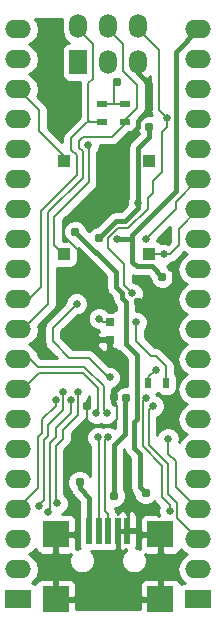
<source format=gbr>
G04 CAM350 V9.5.1 (Build 211) Date:  Tue May 10 22:39:24 2016 *
G04 Database: (Untitled) *
G04 Layer 6: STM32Mini-F_Cu. *
%FSLAX45Y45*%
%MOMM*%
%SFA1.000B1.000*%

%MIA0B0*%
%IPPOS*%
%ADD16R,2.19964X1.52400*%
%ADD17O,2.19964X1.52400*%
%ADD18R,0.90000X0.50000*%
%ADD20R,1.52400X1.99898*%
%ADD21O,1.52400X1.99898*%
%ADD23C,0.78740*%
%ADD24C,0.66380*%
%ADD25C,0.20320*%
%ADD26C,0.40600*%
%ADD27C,0.25400*%
%ADD30R,1.00076X1.00076*%
%ADD31R,0.79756X0.79756*%
%ADD32R,0.50000X0.90000*%
%ADD33R,2.19710X2.19710*%
%ADD34R,0.49784X2.19710*%
%LNSTM32Mini-F_Cu.*%
%LPD*%
G36*
X15479500Y-6375393D02*
G01X15479502Y-6350005D01*
X15479507Y-6350000*
X15481487Y-6349998*
X15481500Y-6349985*
X15481502Y-6348005*
X15481507Y-6348000*
X15506895Y-6348002*
X15506900Y-6348007*
X15506902Y-6349987*
X15506915Y-6350000*
X15508895Y-6350002*
X15508900Y-6350007*
X15508898Y-6375395*
X15508893Y-6375400*
X15506913Y-6375402*
X15506900Y-6375415*
X15506898Y-6377395*
X15506893Y-6377400*
X15481505Y-6377398*
X15481500Y-6377393*
X15481498Y-6375413*
X15481485Y-6375400*
X15479505Y-6375398*
X15479500Y-6375393*
G37*
G36*
X15146176Y-7902338D02*
G01X15146184Y-7894189D01*
X15146186Y-7894185*
X15258434Y-7781944*
X15255240Y-7798001*
X15255239Y-7906987*
X15255238Y-7906991*
X15238164Y-7924063*
X15221219Y-7917028*
X15221214Y-7917027*
X15182754Y-7916993*
X15182749Y-7916994*
X15176377Y-7919625*
X15175663Y-7918516*
X15154447Y-7904020*
X15154442Y-7904018*
X15146181Y-7902344*
X15146176Y-7902338*
G37*
G36*
X14983984Y-6893549D02*
G01X14983985Y-6870209D01*
X14983986Y-6870205*
X15027925Y-6826266*
X15043892Y-6802370*
X15043894Y-6802365*
X15049500Y-6774181*
Y-6581139*
X15043893Y-6552954*
X15043891Y-6552949*
X15036145Y-6541352*
X15077345Y-6518272*
X15090140Y-6502045*
Y-6794499*
X15095747Y-6822686*
X15095749Y-6822691*
X15105235Y-6836895*
X15097994Y-6833889*
X15097989Y-6833888*
X15057070Y-6833852*
X15057065Y-6833853*
X15019247Y-6849479*
X15019243Y-6849482*
X14990281Y-6878395*
X14983984Y-6893549*
G37*
G36*
X14348460Y-7898911D02*
G01X14348461Y-7726713D01*
X14348462Y-7726709*
X14618985Y-7456186*
X14634952Y-7432290*
X14634954Y-7432285*
X14640560Y-7404101*
X14640561Y-7149696*
X14640562Y-7149692*
X14646280Y-7143983*
X14661032Y-7108459*
X14661033Y-7108454*
X14661050Y-7091685*
X14661055Y-7091680*
X14767559*
X14795746Y-7086073*
X14795751Y-7086071*
X14819645Y-7070106*
X14910186Y-6979566*
X14910190Y-6979564*
X14919239*
X14942770Y-6975136*
X14942774Y-6975135*
X14964382Y-6961230*
X14974562Y-6946341*
X14974552Y-6957110*
X14974553Y-6957115*
X14989275Y-6992754*
X14926744Y-7055285*
X14908580Y-7082469*
X14908578Y-7082474*
X14902200Y-7114541*
X14902199Y-7531582*
X14889328Y-7562581*
X14889327Y-7562586*
X14889295Y-7598191*
X14889293Y-7598196*
X14836990Y-7650498*
X14836986Y-7650500*
X14795499*
X14763433Y-7656878*
X14763429Y-7656880*
X14736243Y-7675046*
X14640174Y-7771114*
X14640169Y-7771116*
X14635430Y-7771112*
X14635425Y-7771113*
X14597607Y-7786739*
X14597603Y-7786742*
X14568641Y-7815655*
X14567150Y-7819239*
X14555486Y-7807574*
X14555484Y-7807569*
X14555488Y-7802830*
X14555487Y-7802825*
X14539861Y-7765007*
X14539858Y-7765003*
X14510945Y-7736041*
X14473154Y-7720349*
X14473149Y-7720348*
X14432230Y-7720312*
X14432225Y-7720313*
X14394407Y-7735939*
X14394403Y-7735942*
X14365441Y-7764855*
X14349749Y-7802646*
X14349748Y-7802651*
X14349712Y-7843570*
X14349713Y-7843575*
X14365339Y-7881393*
X14365342Y-7881397*
X14382822Y-7898918*
X14348465Y-7898916*
X14348460Y-7898911*
G37*
G36*
X14063737Y-8775700D02*
G01X14105962Y-8747484D01*
X14136246Y-8702163*
X14136248Y-8702158*
X14146880Y-8648702*
Y-8648697*
X14141140Y-8619833*
X14276085Y-8484886*
X14292052Y-8460990*
X14292054Y-8460985*
X14297660Y-8432801*
X14297663Y-8126116*
X14309343Y-8128482*
X14409419*
X14432950Y-8124054*
X14432954Y-8124053*
X14454562Y-8110148*
X14469062Y-8088929*
X14469064Y-8088924*
X14474164Y-8063739*
Y-7963661*
X14474079Y-7963190*
X14711698Y-8200810*
X14711700Y-8200814*
Y-8293099*
X14718079Y-8325167*
X14718081Y-8325171*
X14736244Y-8352355*
X14762498Y-8378610*
X14762500Y-8378614*
Y-8381999*
X14768879Y-8414067*
X14768881Y-8414071*
X14787044Y-8441255*
X14800598Y-8454810*
X14800600Y-8454814*
X14800597Y-8485092*
X14784577Y-8481848*
X14717143Y-8481847*
X14717138Y-8481846*
X14710639Y-8475337*
X14675119Y-8460588*
X14675114Y-8460587*
X14636654Y-8460553*
X14636649Y-8460554*
X14601103Y-8475242*
X14601099Y-8475244*
X14573877Y-8502421*
X14559128Y-8537941*
X14559127Y-8537946*
X14559093Y-8576406*
X14559094Y-8576411*
X14573782Y-8611957*
X14573784Y-8611961*
X14600957Y-8639180*
X14636481Y-8653932*
X14636486Y-8653933*
X14647118Y-8653943*
X14647123Y-8653946*
X14651193Y-8660279*
X14650991Y-8660481*
X14650988Y-8660485*
X14641323Y-8683819*
X14641322Y-8683824*
X14641323Y-8707750*
X14641326Y-8707759*
X14657194Y-8723626*
X14657203Y-8723630*
X14731987Y-8723628*
X14732000Y-8723615*
X14732002Y-8721635*
X14732007Y-8721630*
X14757395Y-8721632*
X14757400Y-8721637*
X14757402Y-8723617*
X14757415Y-8723630*
X14759395Y-8723632*
X14759400Y-8723637*
X14759398Y-8749025*
X14759393Y-8749030*
X14757413Y-8749032*
X14757400Y-8749045*
X14757401Y-8823828*
X14757404Y-8823837*
X14773272Y-8839704*
X14773281Y-8839708*
X14797207*
X14797212Y-8839707*
X14820546Y-8830041*
X14820550Y-8830039*
X14821336Y-8829256*
X14825144Y-8834955*
X14889498Y-8899310*
X14889500Y-8899314*
X14889498Y-9130029*
X14889493Y-9130034*
X14864030Y-9130012*
X14864025Y-9130013*
X14826207Y-9145639*
X14826203Y-9145642*
X14797241Y-9174555*
X14781549Y-9212346*
X14781548Y-9212351*
X14781512Y-9253270*
X14781513Y-9253275*
X14787900Y-9268731*
X14787897Y-9291756*
X14774139Y-9277977*
X14767564Y-9275245*
X14767560Y-9275240*
X14767561Y-9150277*
X14767565Y-9150271*
X14799397Y-9137118*
X14799401Y-9137116*
X14826620Y-9109943*
X14841372Y-9074419*
X14841373Y-9074414*
X14841407Y-9035954*
X14841406Y-9035949*
X14826718Y-9000403*
X14826716Y-9000399*
X14799539Y-8973177*
X14764019Y-8958428*
X14764014Y-8958427*
X14739478Y-8958405*
X14739474Y-8958403*
X14618985Y-8837914*
X14595090Y-8821948*
X14595086Y-8821946*
X14566899Y-8816340*
X14432313Y-8816339*
X14432309Y-8816338*
X14380876Y-8764905*
X14335762Y-8719790*
X14335760Y-8719786*
X14335761Y-8666513*
X14335762Y-8666509*
X14472773Y-8529498*
X14472778Y-8529497*
X14484446Y-8529507*
X14484451Y-8529506*
X14519997Y-8514818*
X14520001Y-8514816*
X14547220Y-8487643*
X14561972Y-8452119*
X14561973Y-8452114*
X14562007Y-8413654*
X14562006Y-8413649*
X14547318Y-8378103*
X14547316Y-8378099*
X14520139Y-8350877*
X14484619Y-8336128*
X14484614Y-8336127*
X14446154Y-8336093*
X14446149Y-8336094*
X14410603Y-8350782*
X14410599Y-8350784*
X14383377Y-8377961*
X14368628Y-8413481*
X14368627Y-8413486*
X14368616Y-8425310*
X14368614Y-8425315*
X14210014Y-8583915*
X14194048Y-8607810*
X14194046Y-8607814*
X14188440Y-8636001*
Y-8750299*
X14194047Y-8778486*
X14194049Y-8778491*
X14210014Y-8802385*
X14300159Y-8892540*
X14165613Y-8892539*
X14165609Y-8892538*
X14139707Y-8866634*
X14136247Y-8849241*
X14136245Y-8849236*
X14105961Y-8803916*
X14063737Y-8775700*
G37*
G36*
X14083534Y-10794470D02*
G01X14105962Y-10779484D01*
X14136246Y-10734163*
X14136248Y-10734158*
X14146880Y-10680702*
Y-10680697*
X14136247Y-10627241*
X14136245Y-10627236*
X14105961Y-10581916*
X14063737Y-10553700*
X14105962Y-10525484*
X14117261Y-10508580*
X14125336Y-10528073*
X14125338Y-10528077*
X14143198Y-10545936*
X14143202Y-10545939*
X14166536Y-10555604*
X14166541Y-10555605*
X14260444Y-10555604*
X14260453Y-10555601*
X14276320Y-10539733*
X14276324Y-10539724*
X14276322Y-10394963*
X14276309Y-10394950*
X14274329Y-10394948*
X14274324Y-10394943*
X14274326Y-10369555*
X14274331Y-10369550*
X14276311Y-10369548*
X14276324Y-10369535*
X14276326Y-10367555*
X14276331Y-10367550*
X14301719Y-10367552*
X14301724Y-10367557*
X14301726Y-10369537*
X14301739Y-10369550*
X14446499Y-10369549*
X14446508Y-10369546*
X14462375Y-10353678*
X14462379Y-10353669*
Y-10259766*
X14462378Y-10259761*
X14452713Y-10236427*
X14452710Y-10236423*
X14434850Y-10218564*
X14434846Y-10218561*
X14411512Y-10208896*
X14411507Y-10208895*
X14342866Y-10208890*
X14354897Y-10203918*
X14354901Y-10203916*
X14382120Y-10176743*
X14396872Y-10141219*
X14396873Y-10141214*
X14396907Y-10102754*
X14396906Y-10102749*
X14382218Y-10067203*
X14382216Y-10067199*
X14361162Y-10046108*
X14361160Y-10046103*
X14361161Y-9669813*
X14361162Y-9669809*
X14403085Y-9627886*
X14419052Y-9603990*
X14419054Y-9603985*
X14424660Y-9575801*
X14424661Y-9530113*
X14424662Y-9530109*
X14530085Y-9424686*
X14543968Y-9403915*
X14548382Y-9414597*
X14548384Y-9414601*
X14575557Y-9441820*
X14611081Y-9456572*
X14611086Y-9456573*
X14649546Y-9456607*
X14649551Y-9456606*
X14674867Y-9446146*
X14674872*
X14699981Y-9456572*
X14699986Y-9456573*
X14738446Y-9456607*
X14738451Y-9456606*
X14773997Y-9441918*
X14774001Y-9441916*
X14787900Y-9428046*
X14787897Y-9482234*
X14786839Y-9481177*
X14751319Y-9466428*
X14751314Y-9466427*
X14712854Y-9466393*
X14712849Y-9466394*
X14687533Y-9476854*
X14687528*
X14662419Y-9466428*
X14662414Y-9466427*
X14623954Y-9466393*
X14623949Y-9466394*
X14588403Y-9481082*
X14588399Y-9481084*
X14561177Y-9508261*
X14546428Y-9543781*
X14546427Y-9543786*
X14546393Y-9582246*
X14546394Y-9582251*
X14561082Y-9617797*
X14561084Y-9617801*
X14578582Y-9635330*
X14578584Y-9635334*
X14578580Y-9887406*
X14577961Y-9885907*
X14577958Y-9885903*
X14549045Y-9856941*
X14511254Y-9841249*
X14511249Y-9841248*
X14470330Y-9841212*
X14470325Y-9841213*
X14432507Y-9856839*
X14432503Y-9856842*
X14403541Y-9885755*
X14387849Y-9923546*
X14387848Y-9923551*
X14387812Y-9964470*
X14387813Y-9964475*
X14403439Y-10002293*
X14403442Y-10002297*
X14409597Y-10008463*
X14413279Y-10026967*
X14413281Y-10026971*
X14431444Y-10054155*
X14488432Y-10111144*
X14488434Y-10111148*
X14488433Y-10218192*
X14487700Y-10219264*
X14487698Y-10219269*
X14482598Y-10244456*
Y-10464164*
X14487026Y-10487694*
X14487027Y-10487699*
X14494011Y-10498566*
X14490813Y-10498563*
X14490808Y-10498564*
X14459595Y-10511457*
X14462378Y-10504738*
X14462379Y-10504733*
X14462378Y-10410830*
X14462375Y-10410821*
X14446507Y-10394954*
X14446498Y-10394950*
X14301737Y-10394952*
X14301724Y-10394965*
X14301725Y-10539725*
X14301728Y-10539734*
X14317596Y-10555601*
X14317605Y-10555605*
X14411508*
X14411513Y-10555604*
X14417185Y-10553259*
X14403852Y-10585370*
X14403851Y-10585375*
X14403813Y-10628517*
X14403814Y-10628522*
X14420289Y-10668394*
X14420292Y-10668398*
X14450772Y-10698931*
X14490620Y-10715478*
X14490625Y-10715479*
X14533767Y-10715517*
X14533772Y-10715516*
X14573644Y-10699041*
X14573648Y-10699038*
X14604181Y-10668558*
X14620728Y-10628710*
X14620729Y-10628705*
X14620767Y-10585563*
X14620766Y-10585558*
X14604291Y-10545686*
X14604288Y-10545682*
X14587552Y-10528912*
X14597125Y-10528909*
X14612793Y-10525961*
X14627351Y-10528909*
X14677135*
X14692671Y-10525986*
X14707107Y-10528909*
X14756891*
X14770880Y-10526277*
X14774231Y-10527664*
X14774236Y-10527665*
X14783430Y-10527664*
X14783439Y-10527661*
X14797802Y-10513299*
X14802034Y-10510575*
X14811581Y-10496610*
X14813041Y-10500133*
X14813043Y-10500137*
X14824200Y-10511294*
X14824202Y-10511299*
X14824203Y-10511785*
X14824206Y-10511794*
X14840074Y-10527661*
X14840083Y-10527665*
X14849277*
X14849282Y-10527664*
X14851760Y-10526638*
X14851764*
X14854241Y-10527664*
X14854246Y-10527665*
X14863440Y-10527664*
X14863449Y-10527661*
X14879066Y-10512049*
X14879065Y-10526560*
X14879063Y-10526564*
X14860070Y-10545526*
X14843526Y-10585370*
X14843525Y-10585375*
X14843487Y-10628517*
X14843488Y-10628522*
X14859963Y-10668394*
X14859966Y-10668398*
X14890446Y-10698931*
X14930294Y-10715478*
X14930299Y-10715479*
X14973441Y-10715517*
X14973446Y-10715516*
X15013318Y-10699041*
X15013322Y-10699038*
X15043855Y-10668558*
X15060402Y-10628710*
X15060403Y-10628705*
X15060441Y-10585563*
X15060440Y-10585558*
X15047154Y-10553395*
X15052488Y-10555604*
X15052493Y-10555605*
X15146396Y-10555604*
X15146405Y-10555601*
X15162272Y-10539733*
X15162276Y-10539724*
X15162274Y-10394963*
X15162261Y-10394950*
X15017501Y-10394951*
X15017492Y-10394954*
X15001625Y-10410822*
X15001621Y-10410831*
Y-10504734*
X15001622Y-10504739*
X15004361Y-10511361*
X14973634Y-10498602*
X14973629Y-10498601*
X14971130Y-10498592*
X14980157Y-10476798*
X14980158Y-10476793*
X14980157Y-10382890*
X14980154Y-10382881*
X14964286Y-10367014*
X14964277Y-10367010*
X14904225Y-10367012*
X14904212Y-10367025*
X14904210Y-10369005*
X14904205Y-10369010*
X14886275Y-10369009*
X14886271Y-10369008*
X14884276Y-10367014*
X14884267Y-10367010*
X14877071Y-10367008*
X14877066Y-10367003*
X14877068Y-10341615*
X14877073Y-10341610*
X14884268Y-10341609*
X14884277Y-10341606*
X14900144Y-10325738*
X14900148Y-10325729*
Y-10231826*
X14900147Y-10231821*
X14890482Y-10208487*
X14890479Y-10208483*
X14879322Y-10197325*
X14879320Y-10197321*
Y-10196835*
X14879316Y-10196826*
X14863448Y-10180959*
X14863439Y-10180955*
X14854245*
X14854241Y-10180956*
X14851762Y-10181982*
X14851758*
X14849281Y-10180956*
X14849276Y-10180955*
X14840082Y-10180956*
X14840073Y-10180959*
X14824206Y-10196827*
X14824202Y-10196836*
X14824201Y-10197322*
X14824200Y-10197327*
X14813040Y-10208488*
X14811537Y-10212109*
X14803407Y-10199475*
X14800053Y-10182614*
X14800051Y-10182609*
X14785801Y-10161276*
X14803170Y-10161288*
X14803175Y-10161287*
X14840993Y-10145661*
X14840997Y-10145658*
X14869957Y-10116749*
X14885651Y-10078954*
X14885652Y-10078949*
X14885688Y-10038030*
X14885687Y-10038025*
X14870061Y-10000207*
X14870058Y-10000203*
X14866602Y-9996740*
X14866600Y-9996736*
X14866604Y-9664590*
X14870479Y-9684067*
X14870481Y-9684071*
X14888644Y-9711255*
X14914898Y-9737510*
X14914900Y-9737514*
Y-9982199*
X14921279Y-10014267*
X14921281Y-10014271*
X14939444Y-10041455*
X14946615Y-10048626*
X14946616Y-10048631*
X14946612Y-10053370*
X14946613Y-10053375*
X14962239Y-10091193*
X14962242Y-10091197*
X14991151Y-10120156*
X15028946Y-10135851*
X15028951Y-10135852*
X15069870Y-10135888*
X15069875Y-10135887*
X15107693Y-10120261*
X15107697Y-10120258*
X15124172Y-10103815*
X15137114Y-10123185*
X15163062Y-10149134*
X15156028Y-10166081*
X15156027Y-10166086*
X15155993Y-10204546*
X15155994Y-10204551*
X15162275Y-10219753*
X15162272Y-10224766*
X15146404Y-10208899*
X15146395Y-10208895*
X15052492*
X15052488Y-10208896*
X15029153Y-10218561*
X15029149Y-10218564*
X15011290Y-10236424*
X15011287Y-10236428*
X15001622Y-10259762*
X15001621Y-10259767*
X15001622Y-10353670*
X15001625Y-10353679*
X15017493Y-10369546*
X15017502Y-10369550*
X15162263Y-10369548*
X15162276Y-10369535*
X15162278Y-10367555*
X15162283Y-10367550*
X15187671Y-10367552*
X15187676Y-10367557*
X15187678Y-10369537*
X15187691Y-10369550*
X15189671Y-10369552*
X15189676Y-10369557*
X15189674Y-10394945*
X15189669Y-10394950*
X15187689Y-10394952*
X15187676Y-10394965*
X15187677Y-10539725*
X15187680Y-10539734*
X15203548Y-10555601*
X15203557Y-10555605*
X15297460*
X15297465Y-10555604*
X15320799Y-10545938*
X15320803Y-10545936*
X15338662Y-10528076*
X15338665Y-10528072*
X15346819Y-10508395*
X15358235Y-10525481*
X15400461Y-10553703*
X15358235Y-10581919*
X15327955Y-10627237*
X15327953Y-10627242*
X15317320Y-10680700*
X15327953Y-10734159*
X15327955Y-10734163*
X15358235Y-10779481*
X15380604Y-10794436*
X15360689Y-10798184*
X15360684Y-10798185*
X15347173Y-10806877*
X15338665Y-10786337*
X15338662Y-10786333*
X15320802Y-10768474*
X15320798Y-10768471*
X15297464Y-10758806*
X15297459Y-10758805*
X15203556Y-10758806*
X15203547Y-10758809*
X15187680Y-10774677*
X15187676Y-10774686*
X15187678Y-10919447*
X15187691Y-10919460*
X15189671Y-10919462*
X15189676Y-10919467*
X15189674Y-10944855*
X15189669Y-10944860*
X15187689Y-10944862*
X15187676Y-10944875*
X15187674Y-10946855*
X15187669Y-10946860*
X15162281Y-10946858*
X15162276Y-10946853*
X15162274Y-10944873*
X15162261Y-10944860*
X15017501Y-10944861*
X15017492Y-10944864*
X15001625Y-10960732*
X15001621Y-10960741*
X15001619Y-11018595*
X15001614Y-11018600*
X14462384Y-11018598*
X14462379Y-11018593*
X14462378Y-10960740*
X14462375Y-10960731*
X14446507Y-10944864*
X14446498Y-10944860*
X14301737Y-10944862*
X14301724Y-10944875*
X14301722Y-10946855*
X14301717Y-10946860*
X14276329Y-10946858*
X14276324Y-10946853*
X14276322Y-10944873*
X14276309Y-10944860*
X14274329Y-10944858*
X14274324Y-10944853*
X14274326Y-10919465*
X14274331Y-10919460*
X14276311Y-10919458*
X14276324Y-10919445*
Y-10774685*
X14276320Y-10774676*
X14260452Y-10758809*
X14260443Y-10758805*
X14166540*
X14166536Y-10758806*
X14143201Y-10768471*
X14143197Y-10768474*
X14125338Y-10786334*
X14125335Y-10786338*
X14116843Y-10806832*
X14105173Y-10798858*
X14105168Y-10798856*
X14083534Y-10794470*
G37*
%LPC*%
G36*
X14641322Y-8788836D02*
G01X14641323Y-8788841D01*
X14650989Y-8812176*
X14650991Y-8812180*
X14668851Y-8830039*
X14668855Y-8830042*
X14692189Y-8839707*
X14692194Y-8839708*
X14716120Y-8839707*
X14716129Y-8839704*
X14731996Y-8823836*
X14732000Y-8823827*
X14731998Y-8749043*
X14731985Y-8749030*
X14657202Y-8749031*
X14657193Y-8749034*
X14641324Y-8764903*
X14641320Y-8764912*
X14641322Y-8788836*
G37*
G36*
X14904212Y-10341595D02*
G01X14904225Y-10341608D01*
X14964278Y-10341609*
X14964287Y-10341606*
X14980154Y-10325738*
X14980158Y-10325729*
Y-10231826*
X14980157Y-10231821*
X14970492Y-10208487*
X14970489Y-10208483*
X14952629Y-10190624*
X14952625Y-10190621*
X14929291Y-10180956*
X14929286Y-10180955*
X14920092Y-10180956*
X14920083Y-10180959*
X14904214Y-10196828*
X14904210Y-10196837*
X14904212Y-10341595*
G37*
G36*
X15001621Y-10903579D02*
G01X15001625Y-10903588D01*
X15017493Y-10919456*
X15017502Y-10919460*
X15162263Y-10919458*
X15162276Y-10919445*
X15162275Y-10774685*
X15162272Y-10774676*
X15146404Y-10758809*
X15146395Y-10758805*
X15052492*
X15052488Y-10758806*
X15029153Y-10768471*
X15029149Y-10768474*
X15011290Y-10786334*
X15011287Y-10786338*
X15001620Y-10809674*
X15001619Y-10809679*
X15001621Y-10903579*
G37*
G36*
X14301724Y-10919445D02*
G01X14301737Y-10919458D01*
X14446499Y-10919459*
X14446508Y-10919456*
X14462375Y-10903588*
X14462379Y-10903579*
Y-10809677*
X14462378Y-10809672*
X14452713Y-10786337*
X14452710Y-10786333*
X14434850Y-10768474*
X14434846Y-10768471*
X14411512Y-10758806*
X14411507Y-10758805*
X14317604Y-10758806*
X14317595Y-10758809*
X14301726Y-10774678*
X14301722Y-10774687*
X14301724Y-10919445*
G37*
%LPD*%
G36*
X14063738Y-6489698D02*
G01X14105962Y-6461484D01*
X14136246Y-6416163*
X14136248Y-6416158*
X14146880Y-6362702*
Y-6362697*
X14136247Y-6309241*
X14136245Y-6309236*
X14105961Y-6263916*
X14063739Y-6235700*
X14105962Y-6207484*
X14136246Y-6162163*
X14136248Y-6162158*
X14146880Y-6108702*
Y-6108697*
X14136247Y-6055241*
X14136245Y-6055236*
X14115914Y-6024803*
X14344670Y-6024802*
X14344675Y-6024808*
X14338300Y-6056858*
Y-6110758*
X14348934Y-6164218*
X14348936Y-6164223*
X14379216Y-6209540*
X14399768Y-6223281*
X14378271Y-6227327*
X14378266Y-6227328*
X14356654Y-6241236*
X14342158Y-6262452*
X14342156Y-6262457*
X14337056Y-6287644*
Y-6487540*
X14341484Y-6511070*
X14341485Y-6511075*
X14355390Y-6532683*
X14376609Y-6547183*
X14376614Y-6547185*
X14401799Y-6552285*
X14493402Y-6552287*
X14493407Y-6552293*
X14490700Y-6565901*
X14490699Y-6850347*
X14490698Y-6850351*
X14366224Y-6974825*
X14350258Y-6998720*
X14350256Y-6998724*
X14344650Y-7026911*
X14344647Y-7064975*
X14221462Y-6941790*
X14221460Y-6941786*
Y-6794499*
X14215853Y-6766314*
X14215851Y-6766309*
X14199884Y-6742413*
X14132798Y-6675322*
X14136246Y-6670163*
X14136248Y-6670158*
X14146880Y-6616702*
Y-6616697*
X14136247Y-6563241*
X14136245Y-6563236*
X14105961Y-6517916*
X14063738Y-6489698*
G37*
G36*
X14551660Y-9301876D02*
G01X14551661Y-9245192D01*
X14551662Y-9245187*
X14559920Y-9236943*
X14569440Y-9214031*
X14569439Y-9284131*
X14569438Y-9284135*
X14551660Y-9301876*
G37*
G36*
X14939010Y-8243536D02*
G01X14939013Y-8191239D01*
X14941229Y-8192720*
X14941234Y-8192722*
X14973299Y-8199100*
X15065587Y-8199101*
X15065591Y-8199102*
X15086315Y-8219826*
X15086316Y-8219831*
X15086312Y-8224570*
X15086313Y-8224575*
X15101939Y-8262393*
X15101942Y-8262397*
X15130851Y-8291356*
X15168646Y-8307051*
X15168651Y-8307052*
X15209570Y-8307088*
X15209575Y-8307087*
X15247393Y-8291461*
X15247397Y-8291458*
X15276357Y-8262549*
X15292051Y-8224754*
X15292052Y-8224749*
X15292088Y-8183830*
X15292087Y-8183825*
X15276461Y-8146007*
X15276458Y-8146003*
X15247545Y-8117041*
X15226329Y-8108228*
X15256597Y-8095718*
X15256601Y-8095716*
X15268024Y-8084313*
X15280886Y-8081753*
X15280891Y-8081751*
X15304785Y-8065786*
X15374334Y-7996239*
X15400461Y-8013703*
X15358235Y-8041919*
X15327955Y-8087237*
X15327953Y-8087242*
X15317320Y-8140700*
X15327953Y-8194159*
X15327955Y-8194163*
X15358235Y-8239481*
X15400461Y-8267703*
X15358235Y-8295919*
X15327955Y-8341237*
X15327953Y-8341242*
X15317320Y-8394700*
X15327953Y-8448159*
X15327955Y-8448163*
X15358235Y-8493481*
X15400461Y-8521703*
X15358235Y-8549919*
X15327955Y-8595237*
X15327953Y-8595242*
X15317320Y-8648700*
X15327953Y-8702159*
X15327955Y-8702163*
X15358235Y-8747481*
X15400461Y-8775703*
X15358235Y-8803919*
X15327955Y-8849237*
X15327953Y-8849242*
X15317320Y-8902700*
X15327953Y-8956159*
X15327955Y-8956163*
X15358235Y-9001481*
X15400461Y-9029703*
X15358235Y-9057919*
X15327955Y-9103237*
X15327953Y-9103242*
X15317320Y-9156700*
X15327953Y-9210159*
X15327955Y-9210163*
X15358235Y-9255481*
X15400461Y-9283703*
X15358235Y-9311919*
X15327955Y-9357237*
X15327953Y-9357242*
X15317320Y-9410700*
X15327953Y-9464159*
X15327955Y-9464163*
X15358235Y-9509481*
X15400461Y-9537703*
X15358235Y-9565919*
X15333312Y-9603211*
X15336672Y-9595119*
X15336673Y-9595114*
X15336707Y-9556654*
X15336706Y-9556649*
X15322018Y-9521103*
X15322016Y-9521099*
X15294839Y-9493877*
X15259319Y-9479128*
X15259314Y-9479127*
X15220854Y-9479093*
X15220849Y-9479094*
X15185303Y-9493782*
X15185299Y-9493784*
X15158077Y-9520961*
X15148560Y-9543869*
X15148561Y-9386329*
X15148565Y-9386324*
X15167697Y-9378418*
X15167701Y-9378416*
X15194920Y-9351243*
X15209672Y-9315719*
X15209673Y-9315714*
X15209707Y-9277254*
X15209706Y-9277249*
X15195018Y-9241703*
X15195016Y-9241699*
X15167839Y-9214477*
X15142087Y-9203781*
X15138658Y-9195478*
X15143702Y-9192230*
X15148475Y-9185251*
X15152150Y-9190962*
X15173369Y-9205462*
X15173374Y-9205464*
X15198559Y-9210564*
X15248559*
X15272090Y-9206136*
X15272094Y-9206135*
X15293702Y-9192230*
X15308202Y-9171011*
X15308204Y-9171006*
X15313304Y-9145821*
Y-9055819*
X15308876Y-9032290*
X15308875Y-9032286*
X15297220Y-9014172*
Y-8957379*
X15291613Y-8929194*
X15291611Y-8929189*
X15275644Y-8905293*
X15190485Y-8820134*
X15166590Y-8804168*
X15166586Y-8804166*
X15138399Y-8798560*
X15128273Y-8798559*
X15128269Y-8798558*
X15044422Y-8714710*
X15044420Y-8714706*
X15044421Y-8650832*
X15044422Y-8650827*
X15052680Y-8642583*
X15067432Y-8607059*
X15067433Y-8607054*
X15067467Y-8568594*
X15067466Y-8568589*
X15052778Y-8533043*
X15052776Y-8533039*
X15025599Y-8505817*
X14990079Y-8491068*
X14990074Y-8491067*
X14968205Y-8491046*
X14968200Y-8491040*
X14968201Y-8434887*
X14968205Y-8434882*
X14989897Y-8425918*
X14989901Y-8425916*
X15017120Y-8398743*
X15031872Y-8363219*
X15031873Y-8363214*
X15031907Y-8324754*
X15031906Y-8324749*
X15017218Y-8289203*
X15017216Y-8289199*
X14990039Y-8261977*
X14954519Y-8247228*
X14954514Y-8247227*
X14942690Y-8247216*
X14942685Y-8247214*
X14939012Y-8243540*
X14939010Y-8243536*
G37*
G54D30*
X14359382Y-8013700D03*
X15079218D03*
X14359382Y-7226300D03*
X15079218D03*
G54D16*
X13970000Y-10934700D03*
G54D17*
Y-10680700D03*
Y-10426700D03*
Y-10172700D03*
Y-9918700D03*
Y-9664700D03*
Y-9410700D03*
Y-9156700D03*
Y-8902700D03*
Y-8648700D03*
Y-8394700D03*
Y-8140700D03*
Y-7886700D03*
Y-7632700D03*
Y-7378700D03*
Y-7124700D03*
Y-6870700D03*
Y-6616700D03*
Y-6362700D03*
Y-6108700D03*
G54D16*
X15494200Y-10934700D03*
G54D17*
Y-10680700D03*
Y-10426700D03*
Y-10172700D03*
Y-9918700D03*
Y-9664700D03*
Y-9410700D03*
Y-9156700D03*
Y-8902700D03*
Y-8648700D03*
Y-8394700D03*
Y-8140700D03*
Y-7886700D03*
Y-7632700D03*
Y-7378700D03*
Y-7124700D03*
Y-6870700D03*
Y-6616700D03*
Y-6362700D03*
Y-6108700D03*
G54D31*
X14744700Y-8586470D03*
Y-8736330D03*
G54D32*
X15073560Y-9100820D03*
X15223560D03*
G54D20*
X14478000Y-6387592D03*
G54D21*
Y-6083808D03*
X14732000Y-6387592D03*
Y-6083808D03*
X14986000Y-6387592D03*
Y-6083808D03*
G54D33*
X15174976Y-10382250D03*
G54D34*
X14572234Y-10354310D03*
X14652244D03*
X14732000D03*
X14811756D03*
X14891766D03*
G54D33*
X14289024Y-10382250D03*
Y-10932160D03*
X15174976D03*
G54D18*
X14681200Y-6889820D03*
Y-6739820D03*
X14874240Y-6889820D03*
Y-6739820D03*
G54D23*
X14465300Y-8636000D03*
G54D24*
X15265400Y-8128000D03*
G54D23*
X15201900Y-7899400D03*
X14986000Y-8420100D03*
X14770100Y-10591800D03*
X14363700Y-10680700D03*
X14185900Y-6629400D03*
X14452600Y-6616700D03*
X14782800Y-8839200D03*
X14681200Y-8305800D03*
X14782800Y-9220200D03*
X14757400Y-8483600D03*
X14693900Y-7289800D03*
X14668500Y-7175500D03*
X14554200Y-9296400D03*
X14236700Y-10731500D03*
X14617700Y-7620000D03*
X15082520Y-8521700D03*
X14808200Y-6555740D03*
X15077440Y-6936740D03*
X14782800Y-10058400D03*
G54D24*
X14986000Y-7581900D03*
G54D23*
X14884400Y-9232900D03*
X14655800Y-7874000D03*
G54D24*
X14643100Y-9563100D03*
X14732000D03*
X14287500Y-9245600D03*
X15049500Y-9232900D03*
X15252700Y-10185400D03*
X15113000Y-9296400D03*
X15240000Y-9575800D03*
X15049500Y-7886700D03*
X14970760Y-8587740D03*
X14655800Y-8557260D03*
G54D23*
X14452600Y-7823200D03*
X15049500Y-10033000D03*
G54D24*
X14630400Y-9359900D03*
X14564360Y-7089140D03*
X15229840Y-6860540D03*
X14935200Y-8343900D03*
X15201900Y-8013700D03*
X15074900Y-7226300D03*
G54D23*
X15189200Y-8204200D03*
G54D24*
X14808200Y-7886700D03*
G54D23*
X14490700Y-9944100D03*
G54D24*
X15138400Y-8989060D03*
X14465300Y-8432800D03*
X14744700Y-9055100D03*
X14478000Y-9182100D03*
X14300200Y-10121900D03*
X14414500Y-9245600D03*
X14224000Y-10198100D03*
X14351000Y-9182100D03*
X14147800Y-10147300D03*
X14719300Y-9359900D03*
G54D26*
X15082520Y-6652260D02*
G01Y-6784340D01*
X14986000Y-6880860D02*
G01Y-6936740D01*
X15082520Y-6784340D02*
G01X14986000Y-6880860D01*
Y-6362700D02*
G01Y-6474440D01*
Y-6474440D02*
G01X15082520Y-6570960D01*
Y-6570960D02*
G01Y-6652260D01*
X14894560Y-7089140D02*
G01X14693900Y-7289800D01*
X14894560Y-7028180D02*
G01Y-7089140D01*
X14986000Y-6936740D02*
G01X14894560Y-7028180D01*
X15265400Y-8128000D02*
G01X15290800Y-8153400D01*
Y-8153400D02*
G01Y-8331200D01*
Y-8331200D02*
G01X15201900Y-8420100D01*
Y-8420100D02*
G01X14986000D01*
X14289024Y-10382250D02*
G01Y-10323576D01*
X14811756Y-10354310D02*
G01Y-10550144D01*
Y-10550144D02*
G01X14770100Y-10591800D01*
X14811756Y-10354310D02*
G01X14891766D01*
X14782800Y-8839200D02*
G01X14744700Y-8801100D01*
Y-8801100D02*
G01Y-8736330D01*
G54D25*
X14782800Y-9271000D02*
G01X14808200Y-9296400D01*
Y-9296400D02*
G01Y-9410700D01*
Y-9410700D02*
G01X14757400Y-9461500D01*
Y-9461500D02*
G01X14605000D01*
X14782800Y-9220200D02*
G01Y-9271000D01*
G54D26*
X14693900Y-7200900D02*
G01X14668500Y-7175500D01*
X14693900Y-7289800D02*
G01Y-7200900D01*
G54D25*
X14554200Y-9296400D02*
G01Y-9486900D01*
X14401800Y-9639300D02*
G01Y-9804400D01*
Y-9804400D02*
G01X14376400Y-9829800D01*
Y-9829800D02*
G01Y-10058400D01*
Y-10058400D02*
G01X14478000Y-10160000D01*
Y-10160000D02*
G01Y-10350500D01*
X14289024Y-10382250D02*
G01Y-10679176D01*
Y-10679176D02*
G01X14236700Y-10731500D01*
X14543656Y-9522844D02*
G01X14605000Y-9461500D01*
X14518256Y-9522844D02*
G01X14543656D01*
X14554200Y-9486900D02*
G01X14518256Y-9522844D01*
Y-9522844D02*
G01X14401800Y-9639300D01*
X14681200Y-8229600D02*
G01Y-8305800D01*
X14478000Y-8026400D02*
G01X14681200Y-8229600D01*
X14478000Y-7975600D02*
G01Y-8026400D01*
X14351000Y-7848600D02*
G01X14478000Y-7975600D01*
X14351000Y-7734300D02*
G01Y-7848600D01*
X14465300Y-7620000D02*
G01X14351000Y-7734300D01*
X14617700Y-7620000D02*
G01X14465300D01*
X14986000Y-8425180D02*
G01X15082520Y-8521700D01*
X14986000Y-8420100D02*
G01Y-8425180D01*
X14777720Y-6739820D02*
G01Y-6586220D01*
Y-6586220D02*
G01X14808200Y-6555740D01*
X14681200Y-6739820D02*
G01X14777720D01*
Y-6739820D02*
G01X14874240D01*
G54D26*
X14986000Y-7165340D02*
G01Y-7114540D01*
X15077440Y-7023100D02*
G01Y-6936740D01*
X14986000Y-7114540D02*
G01X15077440Y-7023100D01*
X14986000Y-7180580D02*
G01Y-7165340D01*
Y-7581900D02*
G01Y-7180580D01*
X15077440Y-6936740D02*
G01X15082520D01*
X14782800Y-9664700D02*
G01Y-9626600D01*
Y-10058400D02*
G01Y-9906000D01*
Y-9855200D02*
G01Y-9906000D01*
Y-9855200D02*
G01Y-9664700D01*
Y-9626600D02*
G01X14871700Y-9537700D01*
Y-9537700D02*
G01Y-9486900D01*
Y-9245600D02*
G01X14884400Y-9232900D01*
X14871700Y-9486900D02*
G01Y-9245600D01*
X14744700Y-7785100D02*
G01X14795500Y-7734300D01*
Y-7734300D02*
G01X14871700D01*
Y-7734300D02*
G01X14986000Y-7620000D01*
Y-7620000D02*
G01Y-7581900D01*
X14655800Y-7874000D02*
G01X14744700Y-7785100D01*
G54D25*
X14652244Y-9702800D02*
G01Y-9572244D01*
Y-9572244D02*
G01X14643100Y-9563100D01*
X14652244Y-9855200D02*
G01Y-9702800D01*
Y-10354310D02*
G01Y-9855200D01*
X14706600Y-9906000D02*
G01Y-9588500D01*
Y-9588500D02*
G01X14732000Y-9563100D01*
Y-10354310D02*
G01Y-10210800D01*
X14706600Y-10185400D02*
G01Y-9906000D01*
X14732000Y-10210800D02*
G01X14706600Y-10185400D01*
X14287500Y-9245600D02*
G01Y-9296400D01*
X14135100Y-9563100D02*
G01X14160500Y-9537700D01*
X14173200Y-9525000D02*
G01X14160500Y-9537700D01*
X14173200Y-9410700D02*
G01Y-9525000D01*
X14287500Y-9296400D02*
G01X14173200Y-9410700D01*
X14135100Y-9690100D02*
G01Y-9715500D01*
Y-9715500D02*
G01Y-9766300D01*
Y-9766300D02*
G01Y-9994900D01*
Y-9994900D02*
G01X13970000Y-10160000D01*
X14135100Y-9690100D02*
G01Y-9563100D01*
X13970000Y-10160000D02*
G01Y-10172700D01*
X15024100Y-9258300D02*
G01Y-9563100D01*
X15049500Y-9232900D02*
G01X15024100Y-9258300D01*
X15252700Y-10134600D02*
G01Y-10185400D01*
X15189200Y-10071100D02*
G01X15252700Y-10134600D01*
X15189200Y-9804400D02*
G01Y-10071100D01*
X15024100Y-9639300D02*
G01X15189200Y-9804400D01*
X15024100Y-9563100D02*
G01Y-9639300D01*
X15074900Y-9334500D02*
G01Y-9575800D01*
X15113000Y-9296400D02*
G01X15074900Y-9334500D01*
X15316200Y-10248700D02*
G01X15494200Y-10426700D01*
X15316200Y-10121900D02*
G01Y-10248700D01*
X15240000Y-10045700D02*
G01X15316200Y-10121900D01*
X15240000Y-9791700D02*
G01Y-10045700D01*
X15074900Y-9626600D02*
G01X15240000Y-9791700D01*
X15074900Y-9575800D02*
G01Y-9626600D01*
X15240000Y-9575800D02*
G01Y-9702800D01*
X15303500Y-9982200D02*
G01X15494000Y-10172700D01*
X15240000Y-9702800D02*
G01X15303500Y-9766300D01*
Y-9766300D02*
G01Y-9982200D01*
X15494000Y-10172700D02*
G01X15494200D01*
X15303500Y-7569400D02*
G01X15494200Y-7378700D01*
X15303500Y-7632700D02*
G01Y-7569400D01*
X15049500Y-7886700D02*
G01X15303500Y-7632700D01*
X14655800Y-8557260D02*
G01X14685010Y-8586470D01*
Y-8586470D02*
G01X14744700D01*
X14970760Y-8745220D02*
G01X15097760Y-8872220D01*
Y-8872220D02*
G01X15138400D01*
Y-8872220D02*
G01X15179040Y-8912860D01*
X14970760Y-8587740D02*
G01Y-8745220D01*
X15223560Y-8957380D02*
G01X15179040Y-8912860D01*
X15223560Y-9100820D02*
G01Y-8957380D01*
G54D26*
X14998700Y-9982200D02*
G01Y-9779000D01*
Y-9779000D02*
G01Y-9753600D01*
X15049500Y-10033000D02*
G01X14998700Y-9982200D01*
X14947900Y-9652000D02*
G01X14998700Y-9702800D01*
X14973300Y-9410700D02*
G01X14947900Y-9436100D01*
X14973300Y-8864600D02*
G01Y-9410700D01*
X14884400Y-8775700D02*
G01X14973300Y-8864600D01*
X14884400Y-8420100D02*
G01Y-8775700D01*
X14947900Y-9436100D02*
G01Y-9652000D01*
X14846300Y-8343900D02*
G01Y-8382000D01*
Y-8382000D02*
G01X14884400Y-8420100D01*
X14795500Y-8293100D02*
G01X14846300Y-8343900D01*
X14998700Y-9702800D02*
G01Y-9779000D01*
X14795500Y-8166100D02*
G01Y-8293100D01*
X14452600Y-7823200D02*
G01X14795500Y-8166100D01*
G54D25*
X14630400Y-9359900D02*
G01Y-9334500D01*
X14516100Y-9017000D02*
G01X14465300D01*
X14643100Y-9144000D02*
G01X14516100Y-9017000D01*
X14643100Y-9321800D02*
G01Y-9144000D01*
X14630400Y-9334500D02*
G01X14643100Y-9321800D01*
X13970000Y-9156700D02*
G01X14008100D01*
Y-9156700D02*
G01X14147800Y-9017000D01*
Y-9017000D02*
G01X14465300D01*
X14033500Y-9093200D02*
G01X13970000Y-9156700D01*
X14566900Y-7241540D02*
G01Y-7091680D01*
Y-7091680D02*
G01X14564360Y-7089140D01*
X14566900Y-7404100D02*
G01Y-7241540D01*
X14274800Y-7696200D02*
G01X14566900Y-7404100D01*
X14274800Y-7937500D02*
G01Y-7696200D01*
X14351000Y-8013700D02*
G01X14274800Y-7937500D01*
X14359382Y-8013700D02*
G01X14351000D01*
X14359382Y-7226300D02*
G01Y-7183882D01*
Y-7183882D02*
G01X14147800Y-6972300D01*
Y-6972300D02*
G01Y-6858000D01*
Y-6794500D02*
G01X13970000Y-6616700D01*
X14147800Y-6858000D02*
G01Y-6794500D01*
X15163800Y-6733540D02*
G01Y-6794500D01*
Y-6794500D02*
G01X15229840Y-6860540D01*
X15189200Y-7018020D02*
G01Y-6977380D01*
Y-6977380D02*
G01X15229840Y-6936740D01*
Y-6936740D02*
G01Y-6860540D01*
X15163800Y-6733540D02*
G01Y-6502400D01*
X15068550Y-7626350D02*
G01Y-7537450D01*
X15189200Y-7315200D02*
G01Y-7018020D01*
X15113000Y-7391400D02*
G01X15189200Y-7315200D01*
X15113000Y-7493000D02*
G01Y-7391400D01*
X15068550Y-7537450D02*
G01X15113000Y-7493000D01*
X14814550Y-7791450D02*
G01X14903450D01*
Y-7791450D02*
G01X15068550Y-7626350D01*
X14865350Y-8274050D02*
G01Y-8096250D01*
X14757400Y-7988300D02*
G01X14732000Y-7962900D01*
X14865350Y-8096250D02*
G01X14757400Y-7988300D01*
X14935200Y-8343900D02*
G01X14865350Y-8274050D01*
X14986000Y-6108700D02*
G01X15163800Y-6286500D01*
Y-6286500D02*
G01Y-6502400D01*
X14732000Y-7874000D02*
G01Y-7962900D01*
X14814550Y-7791450D02*
G01X14732000Y-7874000D01*
X15201900Y-8013700D02*
G01X15252700D01*
X15328900Y-7798000D02*
G01X15494200Y-7632700D01*
X15328900Y-7937500D02*
G01Y-7798000D01*
X15252700Y-8013700D02*
G01X15328900Y-7937500D01*
X15201900Y-8013700D02*
G01X15079218D01*
X15074900Y-7226300D02*
G01X15079218D01*
G54D26*
X15100300Y-8115300D02*
G01X15049500D01*
X15189200Y-8204200D02*
G01X15100300Y-8115300D01*
X14808200Y-7886700D02*
G01X14935200D01*
X15049500Y-8115300D02*
G01X14973300D01*
Y-8115300D02*
G01X14935200Y-8077200D01*
Y-8077200D02*
G01Y-7886700D01*
Y-7886700D02*
G01Y-7848600D01*
Y-7848600D02*
G01X15303500Y-7480300D01*
Y-7480300D02*
G01Y-6299400D01*
Y-6299400D02*
G01X15494200Y-6108700D01*
X14572234Y-10172700D02*
G01Y-10076434D01*
X14490700Y-9994900D02*
G01Y-9944100D01*
X14572234Y-10076434D02*
G01X14490700Y-9994900D01*
X14572234Y-10354310D02*
G01Y-10172700D01*
Y-10354310D02*
G01Y-10292334D01*
G54D25*
X15073560Y-9053900D02*
G01X15138400Y-8989060D01*
X15073560Y-9100820D02*
G01Y-9053900D01*
X14564360Y-6723380D02*
G01Y-6875780D01*
Y-6875780D02*
G01X14578400Y-6889820D01*
X14418310Y-7128510D02*
G01Y-7026910D01*
Y-7026910D02*
G01X14555400Y-6889820D01*
Y-6889820D02*
G01X14578400D01*
Y-6889820D02*
G01X14681200D01*
X14564360Y-6733540D02*
G01Y-6812280D01*
Y-6812280D02*
G01Y-6809740D01*
Y-6809740D02*
G01Y-6812280D01*
Y-6662420D02*
G01Y-6723380D01*
Y-6723380D02*
G01Y-6733540D01*
Y-6662420D02*
G01Y-6565900D01*
X14465300Y-7175500D02*
G01X14418310Y-7128510D01*
X14465300Y-7340600D02*
G01Y-7175500D01*
X14564360Y-6565900D02*
G01X14605000Y-6525260D01*
Y-6235700D02*
G01X14478000Y-6108700D01*
X14605000Y-6525260D02*
G01Y-6235700D01*
X14160500Y-7645400D02*
G01X14465300Y-7340600D01*
X14160500Y-8293100D02*
G01Y-7645400D01*
X14058900Y-8394700D02*
G01X14160500Y-8293100D01*
X13970000Y-8394700D02*
G01X14058900D01*
X14874240Y-6889820D02*
G01Y-6875780D01*
Y-6875780D02*
G01X14975840Y-6774180D01*
X14853920Y-6230620D02*
G01X14732000Y-6108700D01*
X14853920Y-6459220D02*
G01Y-6230620D01*
X14975840Y-6581140D02*
G01X14853920Y-6459220D01*
X14975840Y-6774180D02*
G01Y-6581140D01*
X14635480Y-7018020D02*
G01X14767560D01*
Y-7018020D02*
G01X14874240Y-6911340D01*
Y-6911340D02*
G01Y-6889820D01*
X14516100Y-7251700D02*
G01Y-7142480D01*
X14224000Y-8432800D02*
G01Y-7658100D01*
Y-7658100D02*
G01X14516100Y-7366000D01*
Y-7366000D02*
G01Y-7251700D01*
Y-7142480D02*
G01X14483080Y-7109460D01*
Y-7109460D02*
G01Y-7053580D01*
Y-7053580D02*
G01X14518640Y-7018020D01*
Y-7018020D02*
G01X14635480D01*
X14008100Y-8648700D02*
G01X14224000Y-8432800D01*
X13970000Y-8648700D02*
G01X14008100D01*
X14732000Y-9055100D02*
G01X14744700D01*
X14566900Y-8890000D02*
G01X14732000Y-9055100D01*
X14401800Y-8890000D02*
G01X14566900D01*
X14262100Y-8750300D02*
G01X14401800Y-8890000D01*
X14262100Y-8636000D02*
G01Y-8750300D01*
X14465300Y-8432800D02*
G01X14262100Y-8636000D01*
X14478000Y-9182100D02*
G01Y-9321800D01*
Y-9321800D02*
G01Y-9372600D01*
Y-9372600D02*
G01X14351000Y-9499600D01*
Y-9499600D02*
G01Y-9575800D01*
Y-9575800D02*
G01X14287500Y-9639300D01*
Y-9639300D02*
G01Y-10109200D01*
Y-10109200D02*
G01X14300200Y-10121900D01*
X14414500Y-9245600D02*
G01Y-9359900D01*
Y-9359900D02*
G01X14351000Y-9423400D01*
Y-9423400D02*
G01X14287500Y-9486900D01*
Y-9486900D02*
G01Y-9563100D01*
Y-9563100D02*
G01X14236700Y-9613900D01*
Y-9613900D02*
G01Y-10185400D01*
Y-10185400D02*
G01X14224000Y-10198100D01*
X14351000Y-9182100D02*
G01Y-9334500D01*
Y-9334500D02*
G01X14224000Y-9461500D01*
Y-9461500D02*
G01Y-9550400D01*
Y-9550400D02*
G01X14185900Y-9588500D01*
Y-9588500D02*
G01Y-10096500D01*
Y-10096500D02*
G01X14147800Y-10134600D01*
Y-10134600D02*
G01Y-10147300D01*
X13970000Y-8902700D02*
G01X14071600D01*
Y-8902700D02*
G01X14135100Y-8966200D01*
X14693900Y-9334500D02*
G01X14719300Y-9359900D01*
X14693900Y-9131300D02*
G01Y-9334500D01*
X14528800Y-8966200D02*
G01X14693900Y-9131300D01*
X14135100Y-8966200D02*
G01X14528800D01*
G54D27*
X14548382Y-9414599D02*
G01X14575558Y-9441822D01*
X14611083Y-9456573*
X14649549Y-9456607*
X14674868Y-9446145*
X14699983Y-9456573*
X14738449Y-9456607*
X14773999Y-9441918*
X14787900Y-9428041*
Y-9482238*
X14786842Y-9481178*
X14751317Y-9466427*
X14712852Y-9466393*
X14687532Y-9476855*
X14662417Y-9466427*
X14623952Y-9466393*
X14588401Y-9481082*
X14561178Y-9508258*
X14546427Y-9543783*
X14546393Y-9582248*
X14561082Y-9617799*
X14578584Y-9635331*
Y-9887416*
X14577960Y-9885905*
X14549047Y-9856942*
X14511252Y-9841248*
X14470328Y-9841212*
X14432505Y-9856840*
X14403542Y-9885753*
X14387848Y-9923548*
X14387812Y-9964472*
X14403440Y-10002295*
X14409598Y-10008463*
X14413279Y-10026969*
X14426655Y-10046988*
X14431445Y-10054155*
X14488434Y-10111145*
Y-10218190*
X14487699Y-10219266*
X14482598Y-10244455*
Y-10464165*
X14487026Y-10487697*
X14494020Y-10498566*
X14490811Y-10498563*
X14459593Y-10511462*
X14462379Y-10504736*
Y-10410825*
X14446504Y-10394950*
X14301724*
Y-10539730*
X14317599Y-10555605*
X14411510*
X14417188Y-10553253*
X14403851Y-10585372*
X14403813Y-10628519*
X14420290Y-10668396*
X14450773Y-10698933*
X14490622Y-10715479*
X14533769Y-10715517*
X14573646Y-10699040*
X14604183Y-10668557*
X14620729Y-10628708*
X14620767Y-10585561*
X14604290Y-10545684*
X14587544Y-10528909*
X14597126*
X14612794Y-10525961*
X14627352Y-10528909*
X14677136*
X14692672Y-10525986*
X14707108Y-10528909*
X14756892*
X14770882Y-10526277*
X14774233Y-10527665*
X14783435*
X14797800Y-10513300*
X14802036Y-10510574*
X14811580Y-10496606*
X14813041Y-10500135*
X14824202Y-10511295*
Y-10511790*
X14840077Y-10527665*
X14849279*
X14851761Y-10526637*
X14854243Y-10527665*
X14863445*
X14879066Y-10512044*
Y-10526562*
X14860071Y-10545523*
X14843525Y-10585372*
X14843487Y-10628519*
X14859964Y-10668396*
X14890447Y-10698933*
X14930296Y-10715479*
X14973443Y-10715517*
X15013320Y-10699040*
X15043857Y-10668557*
X15060403Y-10628708*
X15060441Y-10585561*
X15047149Y-10553393*
X15052490Y-10555605*
X15146401*
X15162276Y-10539730*
Y-10394950*
X15017496*
X15001621Y-10410825*
Y-10504736*
X15004366Y-10511363*
X14973632Y-10498601*
X14971127Y-10498599*
X14980158Y-10476796*
Y-10382885*
X14964283Y-10367010*
X14904212*
Y-10369010*
X14886273*
X14884273Y-10367010*
X14877066*
Y-10341610*
X14884273*
X14900148Y-10325735*
Y-10231824*
X14890481Y-10208485*
X14879320Y-10197324*
Y-10196830*
X14904212*
Y-10341610*
X14964283*
X14980158Y-10325735*
Y-10231824*
X14970491Y-10208485*
X14952628Y-10190622*
X14929289Y-10180955*
X14920087*
X14904212Y-10196830*
X14879320*
X14863445Y-10180955*
X14854243*
X14851761Y-10181983*
X14849279Y-10180955*
X14840077*
X14824202Y-10196830*
Y-10197324*
X14813041Y-10208485*
X14811539Y-10212113*
X14803408Y-10199477*
X14800053Y-10182611*
X14785795Y-10161273*
X14803172Y-10161288*
X14840995Y-10145660*
X14869958Y-10116747*
X14885652Y-10078952*
X14885688Y-10038028*
X14870060Y-10000205*
X14866600Y-9996739*
Y-9664568*
X14870479Y-9684069*
X14876206Y-9692640*
X14888645Y-9711255*
X14914900Y-9737511*
Y-9982200*
X14921279Y-10014269*
X14935492Y-10035540*
X14939445Y-10041455*
X14946616Y-10048627*
X14946612Y-10053372*
X14962240Y-10091195*
X14991153Y-10120158*
X15028948Y-10135852*
X15069872Y-10135888*
X15107695Y-10120260*
X15124170Y-10103813*
X15137115Y-10123185*
X15163064Y-10149135*
X15156027Y-10166083*
X15155993Y-10204548*
X15162276Y-10219753*
Y-10224770*
X15146401Y-10208895*
X15052490*
X15029151Y-10218562*
X15011288Y-10236425*
X15001621Y-10259764*
Y-10353675*
X15017496Y-10369550*
X15162276*
Y-10367550*
X15187676*
Y-10369550*
X15189676*
Y-10394950*
X15187676*
Y-10539730*
X15203551Y-10555605*
X15297462*
X15320801Y-10545938*
X15338664Y-10528075*
X15346817Y-10508392*
X15358237Y-10525483*
X15400466Y-10553700*
X15358237Y-10581917*
X15327953Y-10627239*
X15317319Y-10680700*
X15327953Y-10734161*
X15358237Y-10779483*
X15380613Y-10794434*
X15360686Y-10798184*
X15347173Y-10806879*
X15338664Y-10786335*
X15320801Y-10768472*
X15297462Y-10758805*
X15203551*
X15187676Y-10774680*
Y-10919460*
X15189676*
Y-10944860*
X15187676*
Y-10946860*
X15162276*
Y-10944860*
X15017496*
X15001621Y-10960735*
Y-11018600*
X14462379*
Y-10960735*
X14446504Y-10944860*
X14301724*
Y-10946860*
X14276324*
Y-10944860*
X14274324*
Y-10919460*
X14276324*
Y-10774680*
X14301724*
Y-10919460*
X14446504*
X14462379Y-10903585*
Y-10809674*
X15001621*
Y-10903585*
X15017496Y-10919460*
X15162276*
Y-10774680*
X15146401Y-10758805*
X15052490*
X15029151Y-10768472*
X15011288Y-10786335*
X15001621Y-10809674*
X14462379*
X14452712Y-10786335*
X14434849Y-10768472*
X14411510Y-10758805*
X14317599*
X14301724Y-10774680*
X14276324*
X14260449Y-10758805*
X14166538*
X14143199Y-10768472*
X14125336Y-10786335*
X14116846Y-10806834*
X14105171Y-10798857*
X14083528Y-10794474*
X14105964Y-10779483*
X14136247Y-10734161*
X14146881Y-10680700*
X14136247Y-10627239*
X14105964Y-10581917*
X14063734Y-10553700*
X14105964Y-10525483*
X14117260Y-10508577*
X14125336Y-10528075*
X14143199Y-10545938*
X14166538Y-10555605*
X14260449*
X14276324Y-10539730*
Y-10394950*
X14274324*
Y-10369550*
X14276324*
Y-10367550*
X14301724*
Y-10369550*
X14446504*
X14462379Y-10353675*
Y-10259764*
X14452712Y-10236425*
X14434849Y-10218562*
X14411510Y-10208895*
X14342853*
X14354899Y-10203918*
X14382122Y-10176742*
X14396873Y-10141217*
X14396907Y-10102751*
X14382218Y-10067201*
X14361160Y-10046107*
Y-9669811*
X14403086Y-9627885*
X14406987Y-9622047*
X14419053Y-9603988*
X14424660Y-9575800*
Y-9530111*
X14530086Y-9424685*
X14543966Y-9403911*
X14548382Y-9414599*
X15400466Y-8013700D02*
G01X15358237Y-8041917D01*
X15327953Y-8087239*
X15317319Y-8140700*
X15327953Y-8194161*
X15358237Y-8239483*
X15400466Y-8267700*
X15358237Y-8295917*
X15327953Y-8341239*
X15317319Y-8394700*
X15327953Y-8448161*
X15358237Y-8493483*
X15400466Y-8521700*
X15358237Y-8549917*
X15327953Y-8595239*
X15317319Y-8648700*
X15327953Y-8702161*
X15358237Y-8747483*
X15400466Y-8775700*
X15358237Y-8803917*
X15327953Y-8849239*
X15317319Y-8902700*
X15327953Y-8956161*
X15358237Y-9001483*
X15400466Y-9029700*
X15358237Y-9057917*
X15327953Y-9103239*
X15317319Y-9156700*
X15327953Y-9210161*
X15358237Y-9255483*
X15400466Y-9283700*
X15358237Y-9311917*
X15327953Y-9357239*
X15317319Y-9410700*
X15327953Y-9464161*
X15358237Y-9509483*
X15400466Y-9537700*
X15358237Y-9565917*
X15333304Y-9603231*
X15336673Y-9595117*
X15336707Y-9556651*
X15322018Y-9521101*
X15294842Y-9493878*
X15259317Y-9479127*
X15220852Y-9479093*
X15185301Y-9493782*
X15158078Y-9520958*
X15148560Y-9543880*
Y-9386326*
X15167699Y-9378418*
X15194922Y-9351242*
X15209673Y-9315717*
X15209707Y-9277251*
X15195018Y-9241701*
X15167842Y-9214478*
X15142088Y-9203784*
X15138656Y-9195477*
X15143704Y-9192229*
X15148473Y-9185249*
X15152151Y-9190964*
X15173371Y-9205463*
X15198560Y-9210564*
X15248560*
X15272092Y-9206136*
X15293704Y-9192229*
X15308203Y-9171009*
X15313304Y-9145820*
Y-9055820*
X15308876Y-9032288*
X15297220Y-9014174*
Y-8957380*
X15291613Y-8929191*
X15275646Y-8905294*
X15190486Y-8820134*
X15166589Y-8804167*
X15138400Y-8798560*
X15128271*
X15044420Y-8714709*
Y-8650830*
X15052682Y-8642582*
X15067433Y-8607057*
X15067467Y-8568591*
X15052778Y-8533041*
X15025602Y-8505818*
X14990077Y-8491067*
X14968200Y-8491048*
Y-8434883*
X14989899Y-8425918*
X15017122Y-8398742*
X15031873Y-8363217*
X15031907Y-8324751*
X15017218Y-8289201*
X14990042Y-8261978*
X14954517Y-8247227*
X14942688Y-8247216*
X14939010Y-8243539*
Y-8191237*
X14941231Y-8192721*
X14973300Y-8199100*
X15065589*
X15086316Y-8219827*
X15086312Y-8224572*
X15101940Y-8262395*
X15130853Y-8291358*
X15168648Y-8307052*
X15209572Y-8307088*
X15247395Y-8291460*
X15276358Y-8262547*
X15292052Y-8224752*
X15292088Y-8183828*
X15276460Y-8146005*
X15247547Y-8117042*
X15226321Y-8108228*
X15256599Y-8095718*
X15268025Y-8084312*
X15280889Y-8081753*
X15304786Y-8065785*
X15374333Y-7996238*
X15400466Y-8013700*
X14569440Y-9284133D02*
G01X14551660Y-9301882D01*
Y-9245190*
X14559922Y-9236942*
X14569440Y-9214020*
Y-9284133*
X14711700Y-8200811D02*
G01Y-8293100D01*
X14718079Y-8325169*
X14733141Y-8347710*
X14736245Y-8352355*
X14762500Y-8378611*
Y-8382000*
X14768879Y-8414069*
X14771212Y-8417560*
X14787045Y-8441255*
X14800600Y-8454811*
Y-8485092*
X14784578Y-8481848*
X14717141*
X14710642Y-8475338*
X14675117Y-8460587*
X14636652Y-8460553*
X14601101Y-8475242*
X14573878Y-8502418*
X14559127Y-8537943*
X14559093Y-8576408*
X14573782Y-8611959*
X14600958Y-8639182*
X14636483Y-8653933*
X14647120Y-8653942*
X14651196Y-8660276*
X14650989Y-8660482*
X14641322Y-8683821*
Y-8707755*
X14657197Y-8723630*
X14732000*
Y-8721630*
X14757400*
Y-8723630*
X14759400*
Y-8749030*
X14757400*
Y-8823833*
X14773275Y-8839708*
X14797209*
X14820548Y-8830041*
X14821335Y-8829254*
X14825145Y-8834955*
X14889500Y-8899311*
Y-9130034*
X14864028Y-9130012*
X14826205Y-9145640*
X14797242Y-9174553*
X14781548Y-9212348*
X14781512Y-9253272*
X14787900Y-9268732*
Y-9291760*
X14774142Y-9277978*
X14767560Y-9275245*
Y-9150273*
X14799399Y-9137118*
X14826622Y-9109942*
X14841373Y-9074417*
X14841407Y-9035951*
X14826718Y-9000401*
X14799542Y-8973178*
X14764017Y-8958427*
X14739476Y-8958405*
X14618986Y-8837914*
X14595089Y-8821947*
X14566900Y-8816340*
X14432311*
X14380876Y-8764905*
X14641322*
Y-8788839*
X14650989Y-8812178*
X14668852Y-8830041*
X14692191Y-8839708*
X14716125*
X14732000Y-8823833*
Y-8749030*
X14657197*
X14641322Y-8764905*
X14380876*
X14335760Y-8719789*
Y-8666511*
X14472774Y-8529497*
X14484449Y-8529507*
X14519999Y-8514818*
X14547222Y-8487642*
X14561973Y-8452117*
X14562007Y-8413651*
X14547318Y-8378101*
X14520142Y-8350878*
X14484617Y-8336127*
X14446152Y-8336093*
X14410601Y-8350782*
X14383378Y-8377958*
X14368627Y-8413483*
X14368617Y-8425312*
X14210015Y-8583914*
X14194047Y-8607811*
X14188440Y-8636000*
Y-8750300*
X14194047Y-8778488*
X14210015Y-8802385*
X14300169Y-8892540*
X14165611*
X14139707Y-8866636*
X14136247Y-8849239*
X14105964Y-8803917*
X14063734Y-8775700*
X14105964Y-8747483*
X14136247Y-8702161*
X14146881Y-8648700*
X14141139Y-8619832*
X14276086Y-8484885*
X14292053Y-8460988*
X14297660Y-8432800*
Y-8126116*
X14309344Y-8128482*
X14409420*
X14432952Y-8124054*
X14454564Y-8110147*
X14469063Y-8088927*
X14474164Y-8063738*
Y-7963662*
X14474074Y-7963185*
X14711700Y-8200811*
X15255240Y-7798000D02*
G01Y-7906989D01*
X15238165Y-7924064*
X15221217Y-7917027*
X15182752Y-7916993*
X15176378Y-7919626*
X15175665Y-7918518*
X15154445Y-7904019*
X15146176Y-7902344*
X15146184Y-7894187*
X15258435Y-7781936*
X15255240Y-7798000*
X14974552Y-6957112D02*
G01X14989278Y-6992751D01*
X14926745Y-7055284*
X14908579Y-7082471*
X14902200Y-7114540*
Y-7531581*
X14889327Y-7562583*
X14889296Y-7598193*
X14836989Y-7650500*
X14795500*
X14763431Y-7656879*
X14736244Y-7675044*
X14685445Y-7725844*
Y-7725844*
X14640173Y-7771116*
X14635428Y-7771112*
X14597605Y-7786740*
X14568642Y-7815653*
X14567152Y-7819241*
X14555484Y-7807573*
X14555488Y-7802828*
X14539860Y-7765005*
X14510947Y-7736042*
X14473152Y-7720348*
X14432228Y-7720312*
X14394405Y-7735940*
X14365442Y-7764853*
X14349748Y-7802648*
X14349712Y-7843572*
X14365340Y-7881395*
X14382833Y-7898918*
X14348460*
Y-7726711*
X14618986Y-7456185*
X14634953Y-7432288*
X14640560Y-7404100*
Y-7149694*
X14646282Y-7143982*
X14661033Y-7108457*
X14661048Y-7091680*
X14767560*
X14795749Y-7086073*
X14819646Y-7070105*
X14910187Y-6979564*
X14919240*
X14942772Y-6975136*
X14964384Y-6961229*
X14974562Y-6946334*
X14974552Y-6957112*
X14338300Y-6056857D02*
G01Y-6110759D01*
X14348934Y-6164220*
X14379217Y-6209542*
X14399777Y-6223280*
X14378268Y-6227327*
X14356656Y-6241234*
X14342157Y-6262454*
X14337056Y-6287643*
Y-6487541*
X14341484Y-6511073*
X14355391Y-6532685*
X14376611Y-6547184*
X14401800Y-6552285*
X14493408*
X14490700Y-6565900*
Y-6850349*
X14366225Y-6974824*
X14350257Y-6998721*
X14344650Y-7026910*
Y-7064979*
X14221460Y-6941789*
Y-6794500*
X14215853Y-6766311*
X14199886Y-6742414*
X14132796Y-6675325*
X14136247Y-6670161*
X14146881Y-6616700*
X14136247Y-6563239*
X14105964Y-6517917*
X14063734Y-6489700*
X14105964Y-6461483*
X14136247Y-6416161*
X14146881Y-6362700*
X14136247Y-6309239*
X14105964Y-6263917*
X14063734Y-6235700*
X14105964Y-6207483*
X14136247Y-6162161*
X14146881Y-6108700*
X14136247Y-6055239*
X14115908Y-6024800*
X14344677*
X14338300Y-6056857*
X15090140Y-6794500D02*
G01X15095747Y-6822688D01*
X15105242Y-6836898*
X15097992Y-6833888*
X15057068Y-6833852*
X15019245Y-6849480*
X14990282Y-6878393*
X14983984Y-6893560*
Y-6870207*
X15027926Y-6826265*
X15043893Y-6802368*
X15049500Y-6774180*
Y-6581140*
X15043893Y-6552951*
X15036143Y-6541352*
X15077347Y-6518271*
X15090140Y-6502039*
Y-6794500*
X15506900Y-6350000D02*
G01X15508900D01*
Y-6375400*
X15506900*
Y-6377400*
X15481500*
Y-6375400*
X15479500*
Y-6350000*
X15481500*
Y-6348000*
X15506900*
Y-6350000*
M02*

</source>
